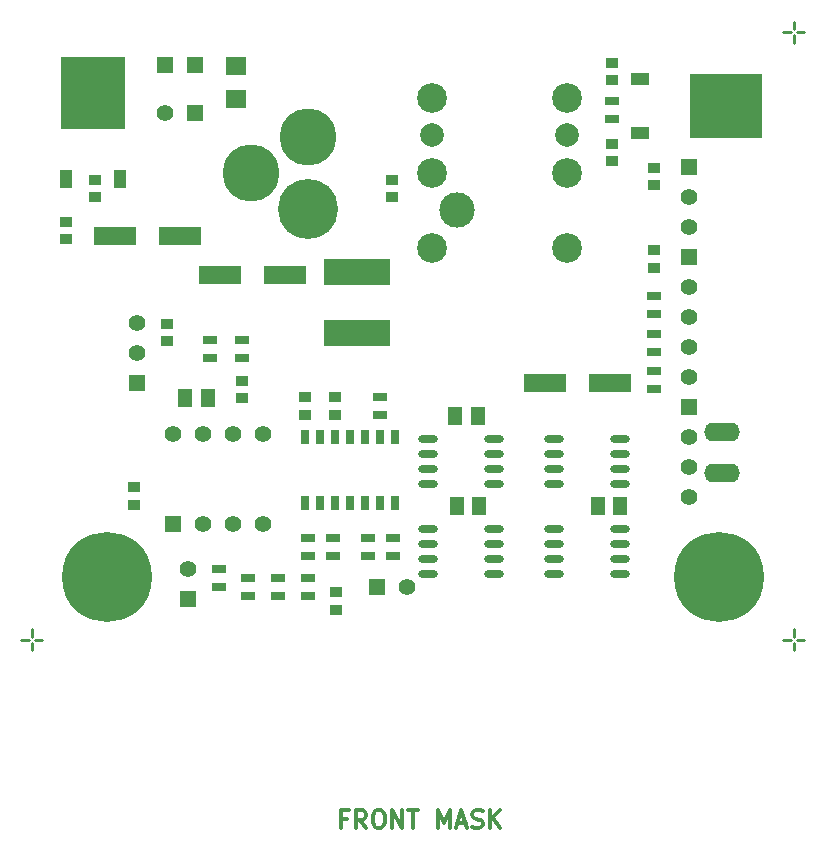
<source format=gts>
G04 #@! TF.FileFunction,Soldermask,Top*
%FSLAX46Y46*%
G04 Gerber Fmt 4.6, Leading zero omitted, Abs format (unit mm)*
G04 Created by KiCad (PCBNEW 4.0.5) date 05/03/17 10:24:09*
%MOMM*%
%LPD*%
G01*
G04 APERTURE LIST*
%ADD10C,0.150000*%
%ADD11C,0.254000*%
%ADD12C,0.300000*%
%ADD13O,1.651000X0.635000*%
%ADD14R,0.635000X1.270000*%
%ADD15R,1.143000X0.635000*%
%ADD16R,1.397000X1.397000*%
%ADD17C,1.397000*%
%ADD18O,3.048000X1.574800*%
%ADD19O,3.048000X1.600200*%
%ADD20R,5.613400X2.311400*%
%ADD21C,4.826000*%
%ADD22C,5.080000*%
%ADD23C,2.514600*%
%ADD24C,2.006600*%
%ADD25C,2.997200*%
%ADD26C,7.620000*%
%ADD27R,3.599200X1.600200*%
%ADD28R,1.000800X0.899200*%
%ADD29R,1.597700X0.998200*%
%ADD30R,6.197600X5.397500*%
%ADD31R,1.300480X1.498600*%
%ADD32R,0.998200X1.597700*%
%ADD33R,5.397500X6.197600*%
%ADD34R,1.803400X1.600200*%
G04 APERTURE END LIST*
D10*
D11*
X62484000Y-83439000D02*
X62484000Y-84074000D01*
X62230000Y-83185000D02*
X61595000Y-83185000D01*
X62484000Y-82931000D02*
X62484000Y-82296000D01*
X62738000Y-83185000D02*
X63373000Y-83185000D01*
X127000000Y-82931000D02*
X127000000Y-82296000D01*
X126746000Y-83185000D02*
X126111000Y-83185000D01*
X127000000Y-83439000D02*
X127000000Y-84074000D01*
X127254000Y-83185000D02*
X127889000Y-83185000D01*
X127000000Y-32004000D02*
X127000000Y-32639000D01*
X126746000Y-31750000D02*
X126111000Y-31750000D01*
X127000000Y-31496000D02*
X127000000Y-30861000D01*
X127254000Y-31750000D02*
X127889000Y-31750000D01*
D12*
X89162715Y-98317857D02*
X88662715Y-98317857D01*
X88662715Y-99103571D02*
X88662715Y-97603571D01*
X89377001Y-97603571D01*
X90805572Y-99103571D02*
X90305572Y-98389286D01*
X89948429Y-99103571D02*
X89948429Y-97603571D01*
X90519857Y-97603571D01*
X90662715Y-97675000D01*
X90734143Y-97746429D01*
X90805572Y-97889286D01*
X90805572Y-98103571D01*
X90734143Y-98246429D01*
X90662715Y-98317857D01*
X90519857Y-98389286D01*
X89948429Y-98389286D01*
X91734143Y-97603571D02*
X92019857Y-97603571D01*
X92162715Y-97675000D01*
X92305572Y-97817857D01*
X92377000Y-98103571D01*
X92377000Y-98603571D01*
X92305572Y-98889286D01*
X92162715Y-99032143D01*
X92019857Y-99103571D01*
X91734143Y-99103571D01*
X91591286Y-99032143D01*
X91448429Y-98889286D01*
X91377000Y-98603571D01*
X91377000Y-98103571D01*
X91448429Y-97817857D01*
X91591286Y-97675000D01*
X91734143Y-97603571D01*
X93019858Y-99103571D02*
X93019858Y-97603571D01*
X93877001Y-99103571D01*
X93877001Y-97603571D01*
X94377001Y-97603571D02*
X95234144Y-97603571D01*
X94805573Y-99103571D02*
X94805573Y-97603571D01*
X96877001Y-99103571D02*
X96877001Y-97603571D01*
X97377001Y-98675000D01*
X97877001Y-97603571D01*
X97877001Y-99103571D01*
X98519858Y-98675000D02*
X99234144Y-98675000D01*
X98377001Y-99103571D02*
X98877001Y-97603571D01*
X99377001Y-99103571D01*
X99805572Y-99032143D02*
X100019858Y-99103571D01*
X100377001Y-99103571D01*
X100519858Y-99032143D01*
X100591287Y-98960714D01*
X100662715Y-98817857D01*
X100662715Y-98675000D01*
X100591287Y-98532143D01*
X100519858Y-98460714D01*
X100377001Y-98389286D01*
X100091287Y-98317857D01*
X99948429Y-98246429D01*
X99877001Y-98175000D01*
X99805572Y-98032143D01*
X99805572Y-97889286D01*
X99877001Y-97746429D01*
X99948429Y-97675000D01*
X100091287Y-97603571D01*
X100448429Y-97603571D01*
X100662715Y-97675000D01*
X101305572Y-99103571D02*
X101305572Y-97603571D01*
X102162715Y-99103571D02*
X101519858Y-98246429D01*
X102162715Y-97603571D02*
X101305572Y-98460714D01*
D13*
X96012000Y-66167000D03*
X96012000Y-67437000D03*
X96012000Y-68707000D03*
X96012000Y-69977000D03*
X101600000Y-69977000D03*
X101600000Y-68707000D03*
X101600000Y-67437000D03*
X101600000Y-66167000D03*
X96012000Y-73787000D03*
X96012000Y-75057000D03*
X96012000Y-76327000D03*
X96012000Y-77597000D03*
X101600000Y-77597000D03*
X101600000Y-76327000D03*
X101600000Y-75057000D03*
X101600000Y-73787000D03*
D14*
X85598000Y-71628000D03*
X86868000Y-71628000D03*
X88138000Y-71628000D03*
X89408000Y-71628000D03*
X90678000Y-71628000D03*
X91948000Y-71628000D03*
X93218000Y-71628000D03*
X93218000Y-66040000D03*
X91948000Y-66040000D03*
X90678000Y-66040000D03*
X89408000Y-66040000D03*
X88138000Y-66040000D03*
X86868000Y-66040000D03*
X85598000Y-66040000D03*
D15*
X91948000Y-64135000D03*
X91948000Y-62611000D03*
X77597000Y-59309000D03*
X77597000Y-57785000D03*
D16*
X75692000Y-79756000D03*
D17*
X75692000Y-77216000D03*
D18*
X120904000Y-69060000D03*
D19*
X120904000Y-65560000D03*
D20*
X89992200Y-57185560D03*
X89992200Y-52034440D03*
D21*
X81026000Y-43688000D03*
X85852000Y-40640000D03*
D22*
X85852000Y-46736000D03*
D23*
X96393000Y-49961800D03*
X96393000Y-43611800D03*
X96393000Y-37261800D03*
X107823000Y-49961800D03*
X107823000Y-43611800D03*
X107823000Y-37261800D03*
D24*
X96393000Y-40462200D03*
X107823000Y-40462200D03*
D25*
X98526600Y-46812200D03*
D26*
X68834000Y-77851000D03*
X120650000Y-77851000D03*
D16*
X74422000Y-73406000D03*
D17*
X76962000Y-73406000D03*
X79502000Y-73406000D03*
X82042000Y-73406000D03*
X82042000Y-65786000D03*
X79502000Y-65786000D03*
X76962000Y-65786000D03*
X74422000Y-65786000D03*
D27*
X105961200Y-61468000D03*
X111462800Y-61468000D03*
X83903800Y-52324000D03*
X78402200Y-52324000D03*
X69512200Y-49022000D03*
X75013800Y-49022000D03*
D28*
X85598000Y-64124800D03*
X85598000Y-62621200D03*
X65405000Y-47762200D03*
X65405000Y-49265800D03*
X73914000Y-57901800D03*
X73914000Y-56398200D03*
X111633000Y-35803800D03*
X111633000Y-34300200D03*
X71120000Y-71744800D03*
X71120000Y-70241200D03*
X111633000Y-41158200D03*
X111633000Y-42661800D03*
X67818000Y-44206200D03*
X67818000Y-45709800D03*
D29*
X113972300Y-35720000D03*
X113972300Y-40276800D03*
D30*
X121269800Y-37998400D03*
D16*
X71374000Y-61468000D03*
D17*
X71374000Y-58928000D03*
X71374000Y-56388000D03*
D16*
X118110000Y-63500000D03*
D17*
X118110000Y-66040000D03*
X118110000Y-68580000D03*
X118110000Y-71120000D03*
D16*
X118110000Y-43180000D03*
D17*
X118110000Y-45720000D03*
X118110000Y-48260000D03*
D15*
X111633000Y-37592000D03*
X111633000Y-39116000D03*
D31*
X75501500Y-62738000D03*
X77406500Y-62738000D03*
X110426500Y-71882000D03*
X112331500Y-71882000D03*
X98488500Y-71882000D03*
X100393500Y-71882000D03*
X98361500Y-64262000D03*
X100266500Y-64262000D03*
D15*
X85852000Y-74549000D03*
X85852000Y-76073000D03*
X115189000Y-61976000D03*
X115189000Y-60452000D03*
X93091000Y-74549000D03*
X93091000Y-76073000D03*
X115189000Y-55626000D03*
X115189000Y-54102000D03*
X90932000Y-74549000D03*
X90932000Y-76073000D03*
X115189000Y-58801000D03*
X115189000Y-57277000D03*
X85852000Y-79502000D03*
X85852000Y-77978000D03*
X80772000Y-79502000D03*
X80772000Y-77978000D03*
X83312000Y-79502000D03*
X83312000Y-77978000D03*
D16*
X91694000Y-78740000D03*
D17*
X94234000Y-78740000D03*
D28*
X88138000Y-64124800D03*
X88138000Y-62621200D03*
X115189000Y-51678800D03*
X115189000Y-50175200D03*
X92964000Y-45709800D03*
X92964000Y-44206200D03*
X80264000Y-62727800D03*
X80264000Y-61224200D03*
D15*
X88011000Y-74549000D03*
X88011000Y-76073000D03*
D16*
X118110000Y-50800000D03*
D17*
X118110000Y-53340000D03*
X118110000Y-55880000D03*
X118110000Y-58420000D03*
X118110000Y-60960000D03*
D32*
X65412600Y-44168100D03*
X69969400Y-44168100D03*
D33*
X67691000Y-36870600D03*
D13*
X106680000Y-66167000D03*
X106680000Y-67437000D03*
X106680000Y-68707000D03*
X106680000Y-69977000D03*
X112268000Y-69977000D03*
X112268000Y-68707000D03*
X112268000Y-67437000D03*
X112268000Y-66167000D03*
X106680000Y-73787000D03*
X106680000Y-75057000D03*
X106680000Y-76327000D03*
X106680000Y-77597000D03*
X112268000Y-77597000D03*
X112268000Y-76327000D03*
X112268000Y-75057000D03*
X112268000Y-73787000D03*
D28*
X115189000Y-44693800D03*
X115189000Y-43190200D03*
X88265000Y-80634800D03*
X88265000Y-79131200D03*
D16*
X76327000Y-38544500D03*
D17*
X73787000Y-38544500D03*
D16*
X73787000Y-34480500D03*
X76327000Y-34480500D03*
D15*
X80264000Y-57785000D03*
X80264000Y-59309000D03*
X78359000Y-77216000D03*
X78359000Y-78740000D03*
D34*
X79756000Y-34607500D03*
X79756000Y-37401500D03*
M02*

</source>
